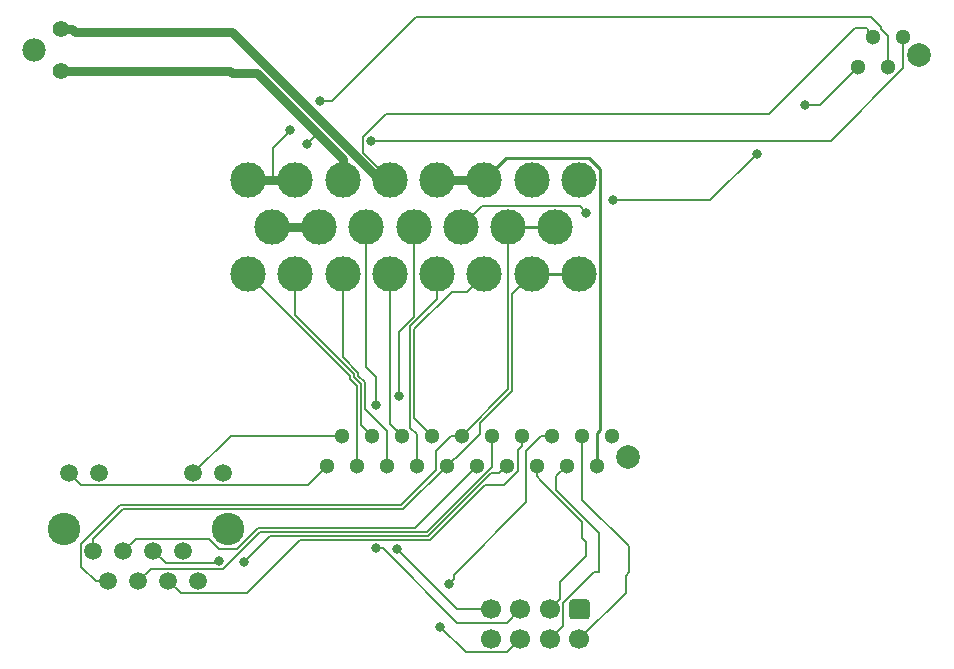
<source format=gtl>
G04 #@! TF.GenerationSoftware,KiCad,Pcbnew,5.0.2-bee76a0~70~ubuntu18.04.1*
G04 #@! TF.CreationDate,2019-02-11T21:24:03-05:00*
G04 #@! TF.ProjectId,interface,696e7465-7266-4616-9365-2e6b69636164,rev?*
G04 #@! TF.SameCoordinates,Original*
G04 #@! TF.FileFunction,Copper,L1,Top*
G04 #@! TF.FilePolarity,Positive*
%FSLAX46Y46*%
G04 Gerber Fmt 4.6, Leading zero omitted, Abs format (unit mm)*
G04 Created by KiCad (PCBNEW 5.0.2-bee76a0~70~ubuntu18.04.1) date Mon 11 Feb 2019 09:24:03 PM EST*
%MOMM*%
%LPD*%
G01*
G04 APERTURE LIST*
G04 #@! TA.AperFunction,ComponentPad*
%ADD10C,2.750000*%
G04 #@! TD*
G04 #@! TA.AperFunction,ComponentPad*
%ADD11C,1.500000*%
G04 #@! TD*
G04 #@! TA.AperFunction,ComponentPad*
%ADD12C,1.981000*%
G04 #@! TD*
G04 #@! TA.AperFunction,ComponentPad*
%ADD13C,1.397000*%
G04 #@! TD*
G04 #@! TA.AperFunction,ComponentPad*
%ADD14C,1.700000*%
G04 #@! TD*
G04 #@! TA.AperFunction,Conductor*
%ADD15C,0.076200*%
G04 #@! TD*
G04 #@! TA.AperFunction,ComponentPad*
%ADD16C,3.000000*%
G04 #@! TD*
G04 #@! TA.AperFunction,ComponentPad*
%ADD17C,2.000000*%
G04 #@! TD*
G04 #@! TA.AperFunction,ComponentPad*
%ADD18C,1.300000*%
G04 #@! TD*
G04 #@! TA.AperFunction,ViaPad*
%ADD19C,0.800000*%
G04 #@! TD*
G04 #@! TA.AperFunction,Conductor*
%ADD20C,0.762000*%
G04 #@! TD*
G04 #@! TA.AperFunction,Conductor*
%ADD21C,0.152400*%
G04 #@! TD*
G04 #@! TA.AperFunction,Conductor*
%ADD22C,0.254000*%
G04 #@! TD*
G04 APERTURE END LIST*
D10*
G04 #@! TO.P,U1,14*
G04 #@! TO.N,Net-(U1-Pad14)*
X33166000Y-112954000D03*
G04 #@! TO.P,U1,13*
G04 #@! TO.N,Net-(U1-Pad13)*
X19266000Y-112954000D03*
D11*
G04 #@! TO.P,U1,8*
G04 #@! TO.N,/GND*
X30656000Y-117374000D03*
G04 #@! TO.P,U1,6*
G04 #@! TO.N,/MOSI*
X28116000Y-117374000D03*
G04 #@! TO.P,U1,4*
G04 #@! TO.N,/SCK*
X25576000Y-117374000D03*
G04 #@! TO.P,U1,2*
G04 #@! TO.N,/CANH*
X23036000Y-117374000D03*
G04 #@! TO.P,U1,7*
G04 #@! TO.N,Net-(U1-Pad7)*
X29386000Y-114834000D03*
G04 #@! TO.P,U1,5*
G04 #@! TO.N,/MISO*
X26846000Y-114834000D03*
G04 #@! TO.P,U1,3*
G04 #@! TO.N,/RESET*
X24306000Y-114834000D03*
G04 #@! TO.P,U1,1*
G04 #@! TO.N,/CANL*
X21766000Y-114834000D03*
G04 #@! TO.P,U1,10*
G04 #@! TO.N,/LED1*
X30226000Y-108204000D03*
G04 #@! TO.P,U1,9*
G04 #@! TO.N,Net-(U1-Pad9)*
X32766000Y-108204000D03*
G04 #@! TO.P,U1,11*
G04 #@! TO.N,Net-(U1-Pad11)*
X22206000Y-108204000D03*
G04 #@! TO.P,U1,12*
G04 #@! TO.N,/LED2*
X19666000Y-108204000D03*
G04 #@! TD*
D12*
G04 #@! TO.P,J1,*
G04 #@! TO.N,*
X16764000Y-72390000D03*
D13*
G04 #@! TO.P,J1,1*
G04 #@! TO.N,/ESTOP->HVD*
X18994000Y-70640000D03*
G04 #@! TO.P,J1,2*
G04 #@! TO.N,/BOTS->ESTOP*
X18994000Y-74140000D03*
G04 #@! TD*
D14*
G04 #@! TO.P,J2,8*
G04 #@! TO.N,Net-(J2-Pad8)*
X55412000Y-122261000D03*
G04 #@! TO.P,J2,7*
G04 #@! TO.N,/Drive_Select-*
X57912000Y-122261000D03*
G04 #@! TO.P,J2,6*
G04 #@! TO.N,/Drive_Select_Sense*
X60412000Y-122261000D03*
G04 #@! TO.P,J2,5*
G04 #@! TO.N,/Drive_Select+*
X62912000Y-122261000D03*
G04 #@! TO.P,J2,4*
G04 #@! TO.N,/SCL*
X55412000Y-119761000D03*
G04 #@! TO.P,J2,3*
G04 #@! TO.N,/SDA*
X57912000Y-119761000D03*
G04 #@! TO.P,J2,2*
G04 #@! TO.N,/5V*
X60412000Y-119761000D03*
D15*
G04 #@! TD*
G04 #@! TO.N,/GND*
G04 #@! TO.C,J2*
G36*
X63536504Y-118912204D02*
X63560773Y-118915804D01*
X63584571Y-118921765D01*
X63607671Y-118930030D01*
X63629849Y-118940520D01*
X63650893Y-118953133D01*
X63670598Y-118967747D01*
X63688777Y-118984223D01*
X63705253Y-119002402D01*
X63719867Y-119022107D01*
X63732480Y-119043151D01*
X63742970Y-119065329D01*
X63751235Y-119088429D01*
X63757196Y-119112227D01*
X63760796Y-119136496D01*
X63762000Y-119161000D01*
X63762000Y-120361000D01*
X63760796Y-120385504D01*
X63757196Y-120409773D01*
X63751235Y-120433571D01*
X63742970Y-120456671D01*
X63732480Y-120478849D01*
X63719867Y-120499893D01*
X63705253Y-120519598D01*
X63688777Y-120537777D01*
X63670598Y-120554253D01*
X63650893Y-120568867D01*
X63629849Y-120581480D01*
X63607671Y-120591970D01*
X63584571Y-120600235D01*
X63560773Y-120606196D01*
X63536504Y-120609796D01*
X63512000Y-120611000D01*
X62312000Y-120611000D01*
X62287496Y-120609796D01*
X62263227Y-120606196D01*
X62239429Y-120600235D01*
X62216329Y-120591970D01*
X62194151Y-120581480D01*
X62173107Y-120568867D01*
X62153402Y-120554253D01*
X62135223Y-120537777D01*
X62118747Y-120519598D01*
X62104133Y-120499893D01*
X62091520Y-120478849D01*
X62081030Y-120456671D01*
X62072765Y-120433571D01*
X62066804Y-120409773D01*
X62063204Y-120385504D01*
X62062000Y-120361000D01*
X62062000Y-119161000D01*
X62063204Y-119136496D01*
X62066804Y-119112227D01*
X62072765Y-119088429D01*
X62081030Y-119065329D01*
X62091520Y-119043151D01*
X62104133Y-119022107D01*
X62118747Y-119002402D01*
X62135223Y-118984223D01*
X62153402Y-118967747D01*
X62173107Y-118953133D01*
X62194151Y-118940520D01*
X62216329Y-118930030D01*
X62239429Y-118921765D01*
X62263227Y-118915804D01*
X62287496Y-118912204D01*
X62312000Y-118911000D01*
X63512000Y-118911000D01*
X63536504Y-118912204D01*
X63536504Y-118912204D01*
G37*
D14*
G04 #@! TO.P,J2,1*
G04 #@! TO.N,/GND*
X62912000Y-119761000D03*
G04 #@! TD*
D16*
G04 #@! TO.P,J3,1*
G04 #@! TO.N,/GND*
X62863500Y-83376500D03*
G04 #@! TO.P,J3,9*
G04 #@! TO.N,/CANH*
X60863500Y-87376500D03*
G04 #@! TO.P,J3,16*
G04 #@! TO.N,/CANL*
X62863500Y-91376500D03*
G04 #@! TO.P,J3,2*
G04 #@! TO.N,/GND*
X58863500Y-83376500D03*
G04 #@! TO.P,J3,3*
G04 #@! TO.N,/12V*
X54863500Y-83376500D03*
G04 #@! TO.P,J3,5*
G04 #@! TO.N,/ESTOP->HVD*
X46863500Y-83376500D03*
G04 #@! TO.P,J3,4*
G04 #@! TO.N,/12V*
X50863500Y-83376500D03*
G04 #@! TO.P,J3,6*
G04 #@! TO.N,/BOTS->ESTOP*
X42863500Y-83376500D03*
G04 #@! TO.P,J3,7*
G04 #@! TO.N,/IS->BOTS*
X38863500Y-83376500D03*
G04 #@! TO.P,J3,8*
X34863500Y-83376500D03*
G04 #@! TO.P,J3,15*
G04 #@! TO.N,/BSPD->IS*
X36863500Y-87376500D03*
G04 #@! TO.P,J3,14*
X40863500Y-87376500D03*
G04 #@! TO.P,J3,12*
G04 #@! TO.N,/SCL*
X48863500Y-87376500D03*
G04 #@! TO.P,J3,13*
G04 #@! TO.N,/SDA*
X44863500Y-87376500D03*
G04 #@! TO.P,J3,11*
G04 #@! TO.N,/RTD_LSD_GND*
X52863500Y-87376500D03*
G04 #@! TO.P,J3,10*
G04 #@! TO.N,/CANH*
X56863500Y-87376500D03*
G04 #@! TO.P,J3,22*
G04 #@! TO.N,/Throttle2_Sense*
X38863500Y-91376500D03*
G04 #@! TO.P,J3,21*
G04 #@! TO.N,/Throttle2+*
X42863500Y-91376500D03*
G04 #@! TO.P,J3,20*
G04 #@! TO.N,/Throttle1-*
X46863500Y-91376500D03*
G04 #@! TO.P,J3,19*
G04 #@! TO.N,/Throttle1_Sense*
X50863500Y-91376500D03*
G04 #@! TO.P,J3,18*
G04 #@! TO.N,/Throttle1+*
X54863500Y-91376500D03*
G04 #@! TO.P,J3,17*
G04 #@! TO.N,/CANL*
X58863500Y-91376500D03*
G04 #@! TO.P,J3,23*
G04 #@! TO.N,/Throttle2-*
X34863500Y-91376500D03*
G04 #@! TD*
D17*
G04 #@! TO.P,J4,5*
G04 #@! TO.N,N/C*
X91697000Y-72810500D03*
D18*
G04 #@! TO.P,J4,4*
G04 #@! TO.N,/RTD_LSD_GND*
X86487000Y-73850500D03*
G04 #@! TO.P,J4,2*
G04 #@! TO.N,/IS->BOTS*
X89027000Y-73850500D03*
G04 #@! TO.P,J4,1*
G04 #@! TO.N,/BOTS->ESTOP*
X90297000Y-71310500D03*
G04 #@! TO.P,J4,3*
G04 #@! TO.N,/ESTOP->HVD*
X87757000Y-71310500D03*
G04 #@! TD*
G04 #@! TO.P,J5,5*
G04 #@! TO.N,/Drive_Select-*
X60579000Y-105048500D03*
G04 #@! TO.P,J5,3*
G04 #@! TO.N,/Drive_Select+*
X63119000Y-105048500D03*
G04 #@! TO.P,J5,1*
G04 #@! TO.N,/GND*
X65659000Y-105048500D03*
G04 #@! TO.P,J5,7*
G04 #@! TO.N,/MOSI*
X58039000Y-105048500D03*
G04 #@! TO.P,J5,2*
G04 #@! TO.N,/12V*
X64389000Y-107588500D03*
G04 #@! TO.P,J5,4*
G04 #@! TO.N,/Drive_Select_Sense*
X61849000Y-107588500D03*
G04 #@! TO.P,J5,6*
G04 #@! TO.N,/5V*
X59309000Y-107588500D03*
G04 #@! TO.P,J5,8*
G04 #@! TO.N,/MISO*
X56769000Y-107588500D03*
G04 #@! TO.P,J5,9*
G04 #@! TO.N,/SCK*
X55499000Y-105048500D03*
G04 #@! TO.P,J5,10*
G04 #@! TO.N,/RESET*
X54229000Y-107588500D03*
G04 #@! TO.P,J5,11*
G04 #@! TO.N,/CANH*
X52959000Y-105048500D03*
G04 #@! TO.P,J5,12*
G04 #@! TO.N,/CANL*
X51689000Y-107588500D03*
G04 #@! TO.P,J5,13*
G04 #@! TO.N,/Throttle1+*
X50419000Y-105048500D03*
G04 #@! TO.P,J5,14*
G04 #@! TO.N,/Throttle1_Sense*
X49149000Y-107588500D03*
G04 #@! TO.P,J5,15*
G04 #@! TO.N,/Throttle1-*
X47879000Y-105048500D03*
G04 #@! TO.P,J5,16*
G04 #@! TO.N,/Throttle2+*
X46609000Y-107588500D03*
G04 #@! TO.P,J5,17*
G04 #@! TO.N,/Throttle2_Sense*
X45339000Y-105048500D03*
G04 #@! TO.P,J5,18*
G04 #@! TO.N,/Throttle2-*
X44069000Y-107588500D03*
G04 #@! TO.P,J5,19*
G04 #@! TO.N,/LED1*
X42799000Y-105048500D03*
G04 #@! TO.P,J5,20*
G04 #@! TO.N,/LED2*
X41529000Y-107588500D03*
D17*
G04 #@! TO.P,J5,21*
G04 #@! TO.N,N/C*
X67059000Y-106848500D03*
G04 #@! TD*
D19*
G04 #@! TO.N,/BOTS->ESTOP*
X39814500Y-80391000D03*
X45275500Y-80073500D03*
G04 #@! TO.N,/SDA*
X45656500Y-102489000D03*
X45720000Y-114591339D03*
G04 #@! TO.N,/SCL*
X47625000Y-101663500D03*
X47498000Y-114681000D03*
G04 #@! TO.N,/Drive_Select-*
X51117500Y-121221500D03*
X51879500Y-117602000D03*
G04 #@! TO.N,/RTD_LSD_GND*
X65786000Y-85090000D03*
X63500000Y-86169500D03*
X77909667Y-81181500D03*
X81978500Y-77089000D03*
G04 #@! TO.N,/IS->BOTS*
X38417500Y-79184500D03*
X40957500Y-76708000D03*
G04 #@! TO.N,/MISO*
X32385000Y-115671599D03*
X34480500Y-115760500D03*
G04 #@! TD*
D20*
G04 #@! TO.N,/BOTS->ESTOP*
X42863500Y-81598500D02*
X42863500Y-83376500D01*
X33528000Y-74358500D02*
X35623500Y-74358500D01*
X40957500Y-79692500D02*
X42863500Y-81598500D01*
D21*
X40513000Y-79692500D02*
X39814500Y-80391000D01*
X40957500Y-79692500D02*
X40513000Y-79692500D01*
D20*
X35623500Y-74358500D02*
X40957500Y-79692500D01*
D21*
X90297000Y-72229738D02*
X90297000Y-71310500D01*
X90297000Y-73951278D02*
X90297000Y-72229738D01*
X84174778Y-80073500D02*
X90297000Y-73951278D01*
X45275500Y-80073500D02*
X84174778Y-80073500D01*
D20*
X33309500Y-74140000D02*
X33528000Y-74358500D01*
X18994000Y-74140000D02*
X33309500Y-74140000D01*
G04 #@! TO.N,/ESTOP->HVD*
X46046000Y-83376500D02*
X46863500Y-83376500D01*
X33528000Y-70858500D02*
X46046000Y-83376500D01*
D21*
X87376000Y-70675500D02*
X87376000Y-70929500D01*
X87233500Y-70533000D02*
X87376000Y-70675500D01*
X46863500Y-83376500D02*
X44599299Y-81112299D01*
X86266262Y-70533000D02*
X87233500Y-70533000D01*
X44599299Y-81112299D02*
X44599299Y-79748923D01*
X46495521Y-77852701D02*
X78946561Y-77852701D01*
X44599299Y-79748923D02*
X46495521Y-77852701D01*
X87376000Y-70929500D02*
X87757000Y-71310500D01*
X78946561Y-77852701D02*
X86266262Y-70533000D01*
D20*
X20200328Y-70858500D02*
X33528000Y-70858500D01*
X19981828Y-70640000D02*
X20200328Y-70858500D01*
X18994000Y-70640000D02*
X19981828Y-70640000D01*
D21*
G04 #@! TO.N,/5V*
X59309000Y-108507738D02*
X59309000Y-107588500D01*
X63136201Y-113726620D02*
X63136201Y-112334939D01*
X63136201Y-112334939D02*
X59690000Y-108888738D01*
X63460000Y-114050419D02*
X63136201Y-113726620D01*
X63460000Y-115252500D02*
X63460000Y-114050419D01*
X59833799Y-109032537D02*
X59690000Y-108888738D01*
X59690000Y-108888738D02*
X59309000Y-108507738D01*
X61261999Y-117450501D02*
X63460000Y-115252500D01*
X61261999Y-118911001D02*
X61261999Y-117450501D01*
X60412000Y-119761000D02*
X61261999Y-118911001D01*
G04 #@! TO.N,/SDA*
X45435000Y-102267500D02*
X45656500Y-102489000D01*
X44863500Y-87376500D02*
X44863500Y-99283000D01*
X45656500Y-100076000D02*
X44863500Y-99283000D01*
X45656500Y-102489000D02*
X45656500Y-100076000D01*
X46285685Y-114591339D02*
X45720000Y-114591339D01*
X56785799Y-120887201D02*
X52581547Y-120887201D01*
X52581547Y-120887201D02*
X46285685Y-114591339D01*
X57912000Y-119761000D02*
X56785799Y-120887201D01*
G04 #@! TO.N,/SCL*
X47625000Y-96237938D02*
X47625000Y-101663500D01*
X48863500Y-87376500D02*
X48863500Y-94999438D01*
X48863500Y-94999438D02*
X47625000Y-96237938D01*
X52578000Y-119761000D02*
X55412000Y-119761000D01*
X47498000Y-114681000D02*
X52578000Y-119761000D01*
G04 #@! TO.N,/Drive_Select+*
X63460000Y-105389500D02*
X63119000Y-105048500D01*
X67086210Y-116626290D02*
X66809999Y-116902501D01*
X67086210Y-114434534D02*
X67086210Y-116626290D01*
X63119000Y-110467324D02*
X67086210Y-114434534D01*
X63119000Y-105048500D02*
X63119000Y-110467324D01*
X66809999Y-118363001D02*
X66809999Y-116902501D01*
X62912000Y-122261000D02*
X66809999Y-118363001D01*
G04 #@! TO.N,/Drive_Select_Sense*
X60960000Y-108477500D02*
X61849000Y-107588500D01*
X64586201Y-113286557D02*
X64586201Y-116626299D01*
X60960000Y-109660356D02*
X64586201Y-113286557D01*
X60960000Y-108477500D02*
X60960000Y-109660356D01*
X61538201Y-121134799D02*
X60412000Y-122261000D01*
X61538201Y-119190623D02*
X61538201Y-121134799D01*
X64102525Y-116626299D02*
X61538201Y-119190623D01*
X64586201Y-116626299D02*
X64102525Y-116626299D01*
G04 #@! TO.N,/Drive_Select-*
X58382799Y-106325463D02*
X59659762Y-105048500D01*
X59659762Y-105048500D02*
X60579000Y-105048500D01*
X58382799Y-110711218D02*
X58382799Y-106325463D01*
X53283201Y-123387201D02*
X51117500Y-121221500D01*
X57912000Y-122261000D02*
X56785799Y-123387201D01*
X56785799Y-123387201D02*
X53283201Y-123387201D01*
X52279499Y-116814518D02*
X58382799Y-110711218D01*
X52279499Y-117202001D02*
X52279499Y-116814518D01*
X51879500Y-117602000D02*
X52279499Y-117202001D01*
G04 #@! TO.N,/Throttle2-*
X43497500Y-100010500D02*
X34863500Y-91376500D01*
X44069000Y-107588500D02*
X44069000Y-100836000D01*
X43497500Y-100264500D02*
X44069000Y-100836000D01*
X43497500Y-100010500D02*
X43497500Y-100264500D01*
G04 #@! TO.N,/CANL*
X54483000Y-104895278D02*
X54483000Y-104022882D01*
X52439777Y-106938501D02*
X54483000Y-104895278D01*
X51689000Y-107588500D02*
X52338999Y-106938501D01*
X52338999Y-106938501D02*
X52439777Y-106938501D01*
X47974701Y-111302799D02*
X51689000Y-107588500D01*
X24236541Y-111302799D02*
X47974701Y-111302799D01*
X21766000Y-114834000D02*
X21766000Y-113773340D01*
X21766000Y-113773340D02*
X24236541Y-111302799D01*
X57215910Y-101275028D02*
X57223382Y-101282500D01*
X57215910Y-93024090D02*
X57215910Y-101275028D01*
X54483000Y-104022882D02*
X57223382Y-101282500D01*
X58863500Y-91376500D02*
X57215910Y-93024090D01*
D22*
X58863500Y-91376500D02*
X62863500Y-91376500D01*
D21*
G04 #@! TO.N,/Throttle1+*
X48929910Y-96040590D02*
X48929910Y-103559410D01*
X48929910Y-103559410D02*
X50419000Y-105048500D01*
X54863500Y-91376500D02*
X53363501Y-92876499D01*
X52094001Y-92876499D02*
X48929910Y-96040590D01*
X53363501Y-92876499D02*
X52094001Y-92876499D01*
G04 #@! TO.N,/Throttle1_Sense*
X49149000Y-104947722D02*
X49149000Y-107588500D01*
X50863500Y-91376500D02*
X50863500Y-93497820D01*
X50863500Y-93497820D02*
X48577500Y-95783820D01*
X48577500Y-104376222D02*
X49149000Y-104947722D01*
X48577500Y-95783820D02*
X48577500Y-104376222D01*
G04 #@! TO.N,/Throttle1-*
X47435000Y-104604500D02*
X47879000Y-105048500D01*
X46863500Y-104033000D02*
X47879000Y-105048500D01*
X46863500Y-91376500D02*
X46863500Y-104033000D01*
G04 #@! TO.N,/Throttle2+*
X42863500Y-91376500D02*
X42863500Y-98379735D01*
X42863500Y-98379735D02*
X44202320Y-99718554D01*
X44773820Y-100544054D02*
X44773820Y-102812820D01*
X46609000Y-104648000D02*
X46609000Y-107588500D01*
X44773820Y-102812820D02*
X46609000Y-104648000D01*
X44202320Y-99972554D02*
X44773820Y-100544054D01*
X44202320Y-99718554D02*
X44202320Y-99972554D01*
G04 #@! TO.N,/Throttle2_Sense*
X38862000Y-93499320D02*
X38862000Y-94876618D01*
X38863500Y-91376500D02*
X38863500Y-93497820D01*
X38863500Y-93497820D02*
X38862000Y-93499320D01*
X38862000Y-94876618D02*
X43849910Y-99864527D01*
X44421410Y-104130910D02*
X45339000Y-105048500D01*
X44421410Y-100690027D02*
X44421410Y-104130910D01*
X43849910Y-100118527D02*
X44421410Y-100690027D01*
X43849910Y-99864527D02*
X43849910Y-100118527D01*
G04 #@! TO.N,/CANH*
X20739799Y-114261201D02*
X20739799Y-116138459D01*
X52959000Y-105048500D02*
X52039762Y-105048500D01*
X52039762Y-105048500D02*
X50762799Y-106325463D01*
X50762799Y-106325463D02*
X50762799Y-107987201D01*
X21975340Y-117374000D02*
X23036000Y-117374000D01*
X50762799Y-107987201D02*
X47799611Y-110950389D01*
X20739799Y-116138459D02*
X21975340Y-117374000D01*
X47799611Y-110950389D02*
X24050611Y-110950389D01*
X24050611Y-110950389D02*
X20739799Y-114261201D01*
X56863500Y-101144000D02*
X52959000Y-105048500D01*
X56863500Y-87376500D02*
X56863500Y-101144000D01*
D22*
X56863500Y-87376500D02*
X60863500Y-87376500D01*
D21*
G04 #@! TO.N,/RTD_LSD_GND*
X74001167Y-85090000D02*
X65786000Y-85090000D01*
X54639701Y-85600299D02*
X52863500Y-87376500D01*
X62930799Y-85600299D02*
X54639701Y-85600299D01*
X63500000Y-86169500D02*
X62930799Y-85600299D01*
X74001167Y-85090000D02*
X77909667Y-81181500D01*
X83248500Y-77089000D02*
X86487000Y-73850500D01*
X81978500Y-77089000D02*
X83248500Y-77089000D01*
D20*
G04 #@! TO.N,/BSPD->IS*
X36863500Y-87376500D02*
X40863500Y-87376500D01*
D21*
G04 #@! TO.N,/IS->BOTS*
X38863500Y-83561685D02*
X38863500Y-83376500D01*
D20*
X34863500Y-83376500D02*
X36576000Y-83376500D01*
D21*
X36957000Y-83376500D02*
X36957000Y-80708500D01*
D20*
X36957000Y-83376500D02*
X38863500Y-83376500D01*
X36576000Y-83376500D02*
X36957000Y-83376500D01*
D21*
X36957000Y-80708500D02*
X38417500Y-79248000D01*
X38417500Y-79248000D02*
X38417500Y-79184500D01*
X89027000Y-71209722D02*
X89027000Y-73850500D01*
X41973500Y-76708000D02*
X49074701Y-69606799D01*
X40957500Y-76708000D02*
X41973500Y-76708000D01*
X49074701Y-69606799D02*
X87630077Y-69606799D01*
X87630077Y-69606799D02*
X88455500Y-70432222D01*
X88455500Y-70432222D02*
X88455500Y-70638222D01*
X88455500Y-70638222D02*
X89027000Y-71209722D01*
D22*
G04 #@! TO.N,/12V*
X64389000Y-104872538D02*
X64389000Y-107588500D01*
X64690501Y-104571037D02*
X64389000Y-104872538D01*
X54863500Y-83376500D02*
X56690501Y-81549499D01*
X56690501Y-81549499D02*
X63740461Y-81549499D01*
X63740461Y-81549499D02*
X64690501Y-82499539D01*
X64690501Y-82499539D02*
X64690501Y-104571037D01*
D20*
X54863500Y-83376500D02*
X50863500Y-83376500D01*
D21*
G04 #@! TO.N,/MOSI*
X57695201Y-108033077D02*
X56489507Y-109238771D01*
X57695201Y-106311537D02*
X57695201Y-108033077D01*
X58039000Y-105048500D02*
X58039000Y-105967738D01*
X58039000Y-105967738D02*
X57695201Y-106311537D01*
X54946272Y-109238771D02*
X50269905Y-113915139D01*
X56489507Y-109238771D02*
X54946272Y-109238771D01*
X50269905Y-113915139D02*
X39246861Y-113915139D01*
X29142201Y-118400201D02*
X28116000Y-117374000D01*
X34761799Y-118400201D02*
X29142201Y-118400201D01*
X39246861Y-113915139D02*
X34761799Y-118400201D01*
G04 #@! TO.N,/MISO*
X56119001Y-108238499D02*
X55448161Y-108238499D01*
X56769000Y-107588500D02*
X56119001Y-108238499D01*
X55448161Y-108238499D02*
X50123932Y-113562729D01*
X32196398Y-115860201D02*
X32385000Y-115671599D01*
X26846000Y-114834000D02*
X27872201Y-115860201D01*
X27872201Y-115860201D02*
X32196398Y-115860201D01*
X34480500Y-115760500D02*
X36678271Y-113562729D01*
X36678271Y-113562729D02*
X50123932Y-113562729D01*
G04 #@! TO.N,/SCK*
X26602201Y-116347799D02*
X25576000Y-117374000D01*
X55499000Y-105048500D02*
X55499000Y-107689278D01*
X49977959Y-113210319D02*
X35851841Y-113210319D01*
X35851841Y-113210319D02*
X32714361Y-116347799D01*
X55499000Y-107689278D02*
X49977959Y-113210319D01*
X32714361Y-116347799D02*
X26602201Y-116347799D01*
G04 #@! TO.N,/RESET*
X48959591Y-112857909D02*
X54229000Y-107588500D01*
X25332201Y-113807799D02*
X31576021Y-113807799D01*
X31576021Y-113807799D02*
X32385722Y-114617500D01*
X24306000Y-114834000D02*
X25332201Y-113807799D01*
X32385722Y-114617500D02*
X33946278Y-114617500D01*
X35705869Y-112857909D02*
X48959591Y-112857909D01*
X33946278Y-114617500D02*
X35705869Y-112857909D01*
G04 #@! TO.N,/LED1*
X33381500Y-105048500D02*
X42799000Y-105048500D01*
X30226000Y-108204000D02*
X33381500Y-105048500D01*
G04 #@! TO.N,/LED2*
X39887299Y-109230201D02*
X41529000Y-107588500D01*
X20692201Y-109230201D02*
X39887299Y-109230201D01*
X19666000Y-108204000D02*
X20692201Y-109230201D01*
G04 #@! TD*
M02*

</source>
